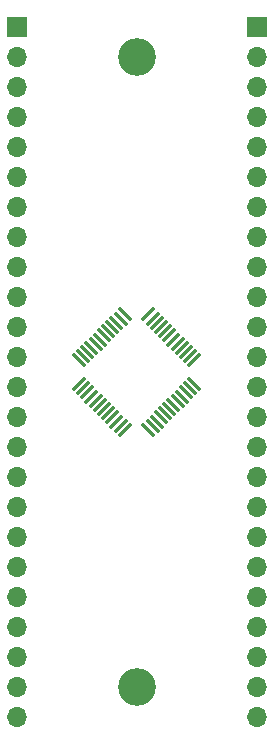
<source format=gts>
%TF.GenerationSoftware,KiCad,Pcbnew,(6.0.2)*%
%TF.CreationDate,2022-10-19T19:09:35+02:00*%
%TF.ProjectId,adapter_LQFP48,61646170-7465-4725-9f4c-51465034382e,rev?*%
%TF.SameCoordinates,Original*%
%TF.FileFunction,Soldermask,Top*%
%TF.FilePolarity,Negative*%
%FSLAX46Y46*%
G04 Gerber Fmt 4.6, Leading zero omitted, Abs format (unit mm)*
G04 Created by KiCad (PCBNEW (6.0.2)) date 2022-10-19 19:09:35*
%MOMM*%
%LPD*%
G01*
G04 APERTURE LIST*
G04 Aperture macros list*
%AMRoundRect*
0 Rectangle with rounded corners*
0 $1 Rounding radius*
0 $2 $3 $4 $5 $6 $7 $8 $9 X,Y pos of 4 corners*
0 Add a 4 corners polygon primitive as box body*
4,1,4,$2,$3,$4,$5,$6,$7,$8,$9,$2,$3,0*
0 Add four circle primitives for the rounded corners*
1,1,$1+$1,$2,$3*
1,1,$1+$1,$4,$5*
1,1,$1+$1,$6,$7*
1,1,$1+$1,$8,$9*
0 Add four rect primitives between the rounded corners*
20,1,$1+$1,$2,$3,$4,$5,0*
20,1,$1+$1,$4,$5,$6,$7,0*
20,1,$1+$1,$6,$7,$8,$9,0*
20,1,$1+$1,$8,$9,$2,$3,0*%
G04 Aperture macros list end*
%ADD10C,3.200000*%
%ADD11RoundRect,0.075000X-0.521491X0.415425X0.415425X-0.521491X0.521491X-0.415425X-0.415425X0.521491X0*%
%ADD12RoundRect,0.075000X-0.521491X-0.415425X-0.415425X-0.521491X0.521491X0.415425X0.415425X0.521491X0*%
%ADD13R,1.700000X1.700000*%
%ADD14O,1.700000X1.700000*%
G04 APERTURE END LIST*
D10*
%TO.C,H1*%
X124460000Y-78740000D03*
%TD*%
D11*
%TO.C,U1*%
X123461212Y-100522124D03*
X123107658Y-100875678D03*
X122754105Y-101229231D03*
X122400551Y-101582785D03*
X122046998Y-101936338D03*
X121693445Y-102289891D03*
X121339891Y-102643445D03*
X120986338Y-102996998D03*
X120632785Y-103350551D03*
X120279231Y-103704105D03*
X119925678Y-104057658D03*
X119572124Y-104411212D03*
D12*
X119572124Y-106408788D03*
X119925678Y-106762342D03*
X120279231Y-107115895D03*
X120632785Y-107469449D03*
X120986338Y-107823002D03*
X121339891Y-108176555D03*
X121693445Y-108530109D03*
X122046998Y-108883662D03*
X122400551Y-109237215D03*
X122754105Y-109590769D03*
X123107658Y-109944322D03*
X123461212Y-110297876D03*
D11*
X125458788Y-110297876D03*
X125812342Y-109944322D03*
X126165895Y-109590769D03*
X126519449Y-109237215D03*
X126873002Y-108883662D03*
X127226555Y-108530109D03*
X127580109Y-108176555D03*
X127933662Y-107823002D03*
X128287215Y-107469449D03*
X128640769Y-107115895D03*
X128994322Y-106762342D03*
X129347876Y-106408788D03*
D12*
X129347876Y-104411212D03*
X128994322Y-104057658D03*
X128640769Y-103704105D03*
X128287215Y-103350551D03*
X127933662Y-102996998D03*
X127580109Y-102643445D03*
X127226555Y-102289891D03*
X126873002Y-101936338D03*
X126519449Y-101582785D03*
X126165895Y-101229231D03*
X125812342Y-100875678D03*
X125458788Y-100522124D03*
%TD*%
D10*
%TO.C,H2*%
X124460000Y-132080000D03*
%TD*%
D13*
%TO.C,J1*%
X114300000Y-76200000D03*
D14*
X114300000Y-78740000D03*
X114300000Y-81280000D03*
X114300000Y-83820000D03*
X114300000Y-86360000D03*
X114300000Y-88900000D03*
X114300000Y-91440000D03*
X114300000Y-93980000D03*
X114300000Y-96520000D03*
X114300000Y-99060000D03*
X114300000Y-101600000D03*
X114300000Y-104140000D03*
X114300000Y-106680000D03*
X114300000Y-109220000D03*
X114300000Y-111760000D03*
X114300000Y-114300000D03*
X114300000Y-116840000D03*
X114300000Y-119380000D03*
X114300000Y-121920000D03*
X114300000Y-124460000D03*
X114300000Y-127000000D03*
X114300000Y-129540000D03*
X114300000Y-132080000D03*
X114300000Y-134620000D03*
%TD*%
D13*
%TO.C,J2*%
X134620000Y-76200000D03*
D14*
X134620000Y-78740000D03*
X134620000Y-81280000D03*
X134620000Y-83820000D03*
X134620000Y-86360000D03*
X134620000Y-88900000D03*
X134620000Y-91440000D03*
X134620000Y-93980000D03*
X134620000Y-96520000D03*
X134620000Y-99060000D03*
X134620000Y-101600000D03*
X134620000Y-104140000D03*
X134620000Y-106680000D03*
X134620000Y-109220000D03*
X134620000Y-111760000D03*
X134620000Y-114300000D03*
X134620000Y-116840000D03*
X134620000Y-119380000D03*
X134620000Y-121920000D03*
X134620000Y-124460000D03*
X134620000Y-127000000D03*
X134620000Y-129540000D03*
X134620000Y-132080000D03*
X134620000Y-134620000D03*
%TD*%
M02*

</source>
